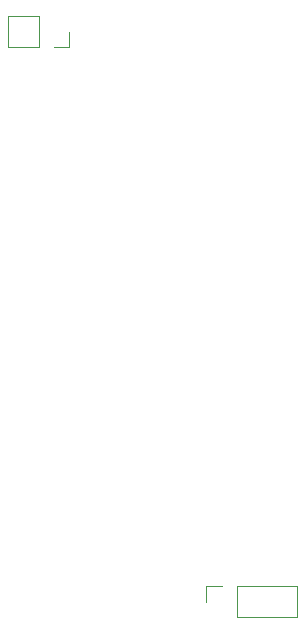
<source format=gbr>
%TF.GenerationSoftware,KiCad,Pcbnew,9.0.0*%
%TF.CreationDate,2025-06-18T18:11:36+02:00*%
%TF.ProjectId,SHT35_Board,53485433-355f-4426-9f61-72642e6b6963,rev?*%
%TF.SameCoordinates,Original*%
%TF.FileFunction,Legend,Bot*%
%TF.FilePolarity,Positive*%
%FSLAX46Y46*%
G04 Gerber Fmt 4.6, Leading zero omitted, Abs format (unit mm)*
G04 Created by KiCad (PCBNEW 9.0.0) date 2025-06-18 18:11:36*
%MOMM*%
%LPD*%
G01*
G04 APERTURE LIST*
%ADD10C,0.120000*%
G04 APERTURE END LIST*
D10*
%TO.C,J1*%
X185154000Y-113315000D02*
X185154000Y-114645000D01*
X186484000Y-113315000D02*
X185154000Y-113315000D01*
X187754000Y-113315000D02*
X187754000Y-115975000D01*
X187754000Y-113315000D02*
X192894000Y-113315000D01*
X187754000Y-115975000D02*
X192894000Y-115975000D01*
X192894000Y-113315000D02*
X192894000Y-115975000D01*
%TO.C,J2*%
X168390000Y-67715000D02*
X168390000Y-65055000D01*
X170990000Y-65055000D02*
X168390000Y-65055000D01*
X170990000Y-67715000D02*
X168390000Y-67715000D01*
X170990000Y-67715000D02*
X170990000Y-65055000D01*
X172260000Y-67715000D02*
X173590000Y-67715000D01*
X173590000Y-67715000D02*
X173590000Y-66385000D01*
%TD*%
M02*

</source>
